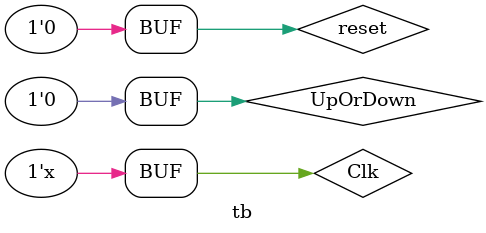
<source format=v>
module tb;

    // Inputs
    reg Clk;
    reg reset;
    reg UpOrDown;

    // Outputs
    wire [3:0] Count;

    // Instantiate the Unit Under Test (UUT)
    up_down_counter uut (
        .Clk(Clk), 
        .reset(reset), 
        .UpOrDown(UpOrDown), 
        .Count(Count)
    );

//Generate clock with 10 ns clk period.
    initial Clk = 0;
    always #5 Clk = ~Clk;
    
    initial begin
        // Apply Inputs
        reset = 0;
        UpOrDown = 0;
        #300;
        UpOrDown = 1;
      #300;
        reset = 1;
        UpOrDown = 0;
        #100;
        reset = 0;  
    end
      
endmodule

</source>
